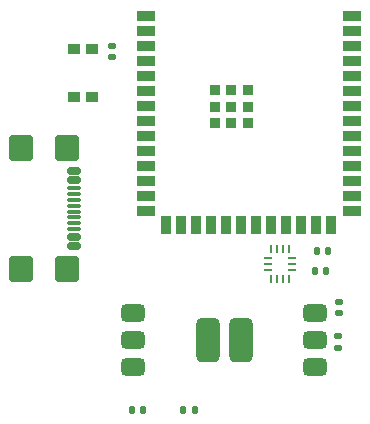
<source format=gbr>
%TF.GenerationSoftware,KiCad,Pcbnew,8.0.8-8.0.8-0~ubuntu24.04.1*%
%TF.CreationDate,2025-07-21T15:44:29-04:00*%
%TF.ProjectId,electronics,656c6563-7472-46f6-9e69-63732e6b6963,rev?*%
%TF.SameCoordinates,Original*%
%TF.FileFunction,Paste,Top*%
%TF.FilePolarity,Positive*%
%FSLAX46Y46*%
G04 Gerber Fmt 4.6, Leading zero omitted, Abs format (unit mm)*
G04 Created by KiCad (PCBNEW 8.0.8-8.0.8-0~ubuntu24.04.1) date 2025-07-21 15:44:29*
%MOMM*%
%LPD*%
G01*
G04 APERTURE LIST*
G04 Aperture macros list*
%AMRoundRect*
0 Rectangle with rounded corners*
0 $1 Rounding radius*
0 $2 $3 $4 $5 $6 $7 $8 $9 X,Y pos of 4 corners*
0 Add a 4 corners polygon primitive as box body*
4,1,4,$2,$3,$4,$5,$6,$7,$8,$9,$2,$3,0*
0 Add four circle primitives for the rounded corners*
1,1,$1+$1,$2,$3*
1,1,$1+$1,$4,$5*
1,1,$1+$1,$6,$7*
1,1,$1+$1,$8,$9*
0 Add four rect primitives between the rounded corners*
20,1,$1+$1,$2,$3,$4,$5,0*
20,1,$1+$1,$4,$5,$6,$7,0*
20,1,$1+$1,$6,$7,$8,$9,0*
20,1,$1+$1,$8,$9,$2,$3,0*%
G04 Aperture macros list end*
%ADD10RoundRect,0.140000X-0.170000X0.140000X-0.170000X-0.140000X0.170000X-0.140000X0.170000X0.140000X0*%
%ADD11RoundRect,0.140000X-0.140000X-0.170000X0.140000X-0.170000X0.140000X0.170000X-0.140000X0.170000X0*%
%ADD12RoundRect,0.140000X0.170000X-0.140000X0.170000X0.140000X-0.170000X0.140000X-0.170000X-0.140000X0*%
%ADD13RoundRect,0.375000X-0.625000X-0.375000X0.625000X-0.375000X0.625000X0.375000X-0.625000X0.375000X0*%
%ADD14RoundRect,0.500000X-0.500000X-1.400000X0.500000X-1.400000X0.500000X1.400000X-0.500000X1.400000X0*%
%ADD15RoundRect,0.375000X0.625000X0.375000X-0.625000X0.375000X-0.625000X-0.375000X0.625000X-0.375000X0*%
%ADD16RoundRect,0.500000X0.500000X1.400000X-0.500000X1.400000X-0.500000X-1.400000X0.500000X-1.400000X0*%
%ADD17R,0.250000X0.675000*%
%ADD18R,0.675000X0.250000*%
%ADD19R,1.000000X0.900000*%
%ADD20RoundRect,0.150000X-0.425000X0.150000X-0.425000X-0.150000X0.425000X-0.150000X0.425000X0.150000X0*%
%ADD21RoundRect,0.075000X-0.500000X0.075000X-0.500000X-0.075000X0.500000X-0.075000X0.500000X0.075000X0*%
%ADD22RoundRect,0.250000X-0.750000X0.840000X-0.750000X-0.840000X0.750000X-0.840000X0.750000X0.840000X0*%
%ADD23R,0.900000X0.900000*%
%ADD24R,1.500000X0.900000*%
%ADD25R,0.900000X1.500000*%
G04 APERTURE END LIST*
D10*
%TO.C,C5*%
X139775000Y-89815000D03*
X139775000Y-90775000D03*
%TD*%
D11*
%TO.C,C4*%
X156965000Y-108875000D03*
X157925000Y-108875000D03*
%TD*%
%TO.C,C3*%
X157150000Y-107225000D03*
X158110000Y-107225000D03*
%TD*%
D10*
%TO.C,C2*%
X158925000Y-114420000D03*
X158925000Y-115380000D03*
%TD*%
D12*
%TO.C,C1*%
X159025000Y-112480000D03*
X159025000Y-111520000D03*
%TD*%
D11*
%TO.C,C7*%
X145845000Y-120675000D03*
X146805000Y-120675000D03*
%TD*%
%TO.C,C6*%
X141495000Y-120650000D03*
X142455000Y-120650000D03*
%TD*%
D13*
%TO.C,U5*%
X141600000Y-112425000D03*
X141600000Y-114725000D03*
D14*
X147900000Y-114725000D03*
D13*
X141600000Y-117025000D03*
%TD*%
D15*
%TO.C,U3*%
X157025000Y-117012500D03*
X157025000Y-114712500D03*
D16*
X150725000Y-114712500D03*
D15*
X157025000Y-112412500D03*
%TD*%
D17*
%TO.C,U2*%
X153250000Y-109575000D03*
X153750000Y-109575000D03*
X154250000Y-109575000D03*
X154750000Y-109575000D03*
D18*
X155012500Y-108812500D03*
X155012500Y-108312500D03*
X155012500Y-107812500D03*
D17*
X154750000Y-107050000D03*
X154250000Y-107050000D03*
X153750000Y-107050000D03*
X153250000Y-107050000D03*
D18*
X152987500Y-107812500D03*
X152987500Y-108312500D03*
X152987500Y-108812500D03*
%TD*%
D19*
%TO.C,SW1*%
X136550000Y-94175000D03*
X136550000Y-90075000D03*
X138150000Y-90075000D03*
X138150000Y-94175000D03*
%TD*%
D20*
%TO.C,J1*%
X136575000Y-100402410D03*
X136575000Y-101202410D03*
D21*
X136575000Y-102352410D03*
X136575000Y-103352410D03*
X136575000Y-103852410D03*
X136575000Y-104852410D03*
D20*
X136575000Y-106002410D03*
X136575000Y-106802410D03*
X136575000Y-106802410D03*
X136575000Y-106002410D03*
D21*
X136575000Y-105352410D03*
X136575000Y-104352410D03*
X136575000Y-102852410D03*
X136575000Y-101852410D03*
D20*
X136575000Y-101202410D03*
X136575000Y-100402410D03*
D22*
X136000000Y-98492410D03*
X132070000Y-98492410D03*
X136000000Y-108712410D03*
X132070000Y-108712410D03*
%TD*%
D23*
%TO.C,U1*%
X148500000Y-93575000D03*
X148500000Y-94975000D03*
X148500000Y-96375000D03*
X149900000Y-93575000D03*
X149900000Y-94975000D03*
X149900000Y-96375000D03*
X151300000Y-93575000D03*
X151300000Y-94975000D03*
X151300000Y-96375000D03*
D24*
X142650000Y-87255000D03*
X142650000Y-88525000D03*
X142650000Y-89795000D03*
X142650000Y-91065000D03*
X142650000Y-92335000D03*
X142650000Y-93605000D03*
X142650000Y-94875000D03*
X142650000Y-96145000D03*
X142650000Y-97415000D03*
X142650000Y-98685000D03*
X142650000Y-99955000D03*
X142650000Y-101225000D03*
X142650000Y-102495000D03*
X142650000Y-103765000D03*
D25*
X144415000Y-105015000D03*
X145685000Y-105015000D03*
X146955000Y-105015000D03*
X148225000Y-105015000D03*
X149495000Y-105015000D03*
X150765000Y-105015000D03*
X152035000Y-105015000D03*
X153305000Y-105015000D03*
X154575000Y-105015000D03*
X155845000Y-105015000D03*
X157115000Y-105015000D03*
X158385000Y-105015000D03*
D24*
X160150000Y-103765000D03*
X160150000Y-102495000D03*
X160150000Y-101225000D03*
X160150000Y-99955000D03*
X160150000Y-98685000D03*
X160150000Y-97415000D03*
X160150000Y-96145000D03*
X160150000Y-94875000D03*
X160150000Y-93605000D03*
X160150000Y-92335000D03*
X160150000Y-91065000D03*
X160150000Y-89795000D03*
X160150000Y-88525000D03*
X160150000Y-87255000D03*
%TD*%
M02*

</source>
